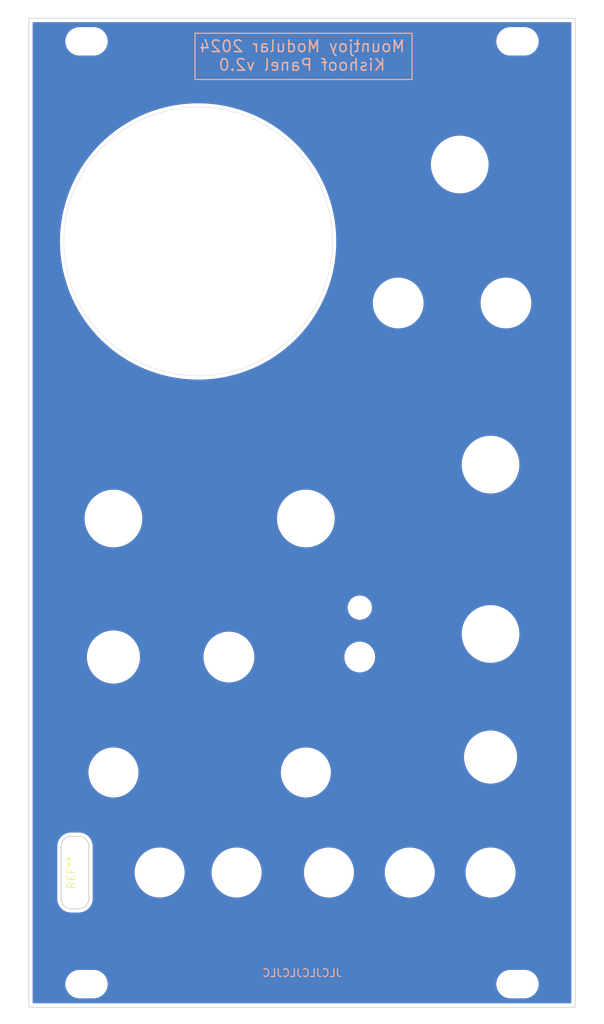
<source format=kicad_pcb>
(kicad_pcb (version 20240108) (generator "pcbnew") (generator_version "8.0")
  (layers (0 "F.Cu" signal) (31 "B.Cu" signal) (34 "B.Paste" user) (35 "F.Paste" user) (36 "B.SilkS" user "B.Silkscreen") (37 "F.SilkS" user "F.Silkscreen") (38 "B.Mask" user) (39 "F.Mask" user) (44 "Edge.Cuts" user))
  (net 0 "")
  (footprint "Custom_Footprints:Thonkiconn_Socket_MountingHole_6mm" (layer "F.Cu") (at 91 128)
    (property "Reference" "Ref**" (hide yes))
    (property "Value" "Thonkiconn_Socket_MountingHole_6mm")
    (pad "" np_thru_hole circle (at 0 0) (size 6 6) (drill 6) (layers "F&B.Cu" "*.Mask"))
  )
  (footprint "Custom_Footprints:MountingHole_6.1mm" (layer "F.Cu") (at 81 113)
    (property "Reference" "Ref**" (hide yes))
    (property "Value" "Thonkikonn_6.1mm")
    (pad "" np_thru_hole circle (at 0 0) (size 6.1 6.1) (drill 6.1) (layers "F&B.Cu" "*.Mask" "F.SilkS"))
  )
  (footprint "Custom_Footprints:Tall_Trimmer_Hole" (layer "F.Cu") (at 115 126)
    (property "Reference" "Ref**" (hide yes))
    (property "Value" "Tall_Trimmer_Hole" (hide yes))
    (pad "" np_thru_hole circle (at 0 0) (size 6.4 6.4) (drill 6.4) (layers "F&B.Cu" "*.Mask"))
  )
  (footprint "Custom_Footprints:Tall_Trimmer_Hole" (layer "F.Cu") (at 66 113)
    (property "Reference" "Ref**" (hide yes))
    (property "Value" "Tall_Trimmer_Hole" (hide yes))
    (pad "" np_thru_hole circle (at 0 0) (size 6.4 6.4) (drill 6.4) (layers "F&B.Cu" "*.Mask"))
  )
  (footprint "Custom_Footprints:MountingHole_6.1mm" (layer "F.Cu") (at 117 67)
    (property "Reference" "Ref**" (hide yes))
    (property "Value" "Thonkikonn_6.1mm")
    (pad "" np_thru_hole circle (at 0 0) (size 6.1 6.1) (drill 6.1) (layers "F&B.Cu" "*.Mask" "F.SilkS"))
  )
  (footprint "Custom_Footprints:Thonkiconn_Socket_MountingHole_6mm" (layer "F.Cu") (at 82 141)
    (property "Reference" "Ref**" (hide yes))
    (property "Value" "Thonkiconn_Socket_MountingHole_6mm")
    (pad "" np_thru_hole circle (at 0 0) (size 6 6) (drill 6) (layers "F&B.Cu" "*.Mask"))
  )
  (footprint "Custom_Footprints:Small_Pushbutton_Hole_3.5mm" (layer "F.Cu") (at 98 113)
    (property "Reference" "Ref**" (hide yes))
    (property "Value" "Push_Button_Hole" (hide yes))
    (pad "" np_thru_hole circle (at 0 0) (size 3.5 3.5) (drill 3.5) (layers "*.Cu" "*.Mask"))
  )
  (footprint "Custom_Footprints:Oval_Mounting_Hole" (layer "F.Cu") (at 118.5 33)
    (property "Reference" "Ref**" (hide yes))
    (property "Value" "Oval_Mounting_Hole" (hide yes))
    (pad "" np_thru_hole oval (at 0 0) (size 5 3.2) (drill oval 5 3.2) (layers "*.Cu" "*.Mask"))
  )
  (footprint "Custom_Footprints:Alpha_9mm_pot_hole" (layer "F.Cu") (at 91 95)
    (property "Reference" "Ref**" (hide yes))
    (property "Value" "Alpha_9mm_pot_hole" (hide yes))
    (pad "" np_thru_hole circle (at 0 0) (size 7 7) (drill 7) (layers "*.Cu" "*.Mask"))
  )
  (footprint "Custom_Footprints:Thonkiconn_Socket_MountingHole_6mm" (layer "F.Cu") (at 72 141)
    (property "Reference" "Ref**" (hide yes))
    (property "Value" "Thonkiconn_Socket_MountingHole_6mm")
    (pad "" np_thru_hole circle (at 0 0) (size 6 6) (drill 6) (layers "*.Cu" "*.Mask"))
  )
  (footprint "Custom_Footprints:Alpha_9mm_pot_hole" (layer "F.Cu") (at 115 88)
    (property "Reference" "Ref**" (hide yes))
    (property "Value" "Alpha_9mm_pot_hole" (hide yes))
    (pad "" np_thru_hole circle (at 0 0) (size 7 7) (drill 7) (layers "*.Cu" "*.Mask"))
  )
  (footprint "Custom_Footprints:Alpha_9mm_pot_hole" (layer "F.Cu") (at 111 49)
    (property "Reference" "Ref**" (hide yes))
    (property "Value" "Alpha_9mm_pot_hole" (hide yes))
    (pad "" np_thru_hole circle (at 0 0) (size 7 7) (drill 7) (layers "*.Cu" "*.Mask"))
  )
  (footprint "Custom_Footprints:Oval_Mounting_Hole" (layer "F.Cu") (at 62.5 155.5)
    (property "Reference" "Ref**" (hide yes))
    (property "Value" "Oval_Mounting_Hole" (hide yes))
    (pad "" np_thru_hole oval (at 0 0) (size 5 3.2) (drill oval 5 3.2) (layers "*.Cu" "*.Mask"))
  )
  (footprint "Custom_Footprints:Thonkiconn_Socket_MountingHole_6mm" (layer "F.Cu") (at 94 141)
    (property "Reference" "Ref**" (hide yes))
    (property "Value" "Thonkiconn_Socket_MountingHole_6mm")
    (pad "" np_thru_hole circle (at 0 0) (size 6 6) (drill 6) (layers "F&B.Cu" "*.Mask"))
  )
  (footprint "Custom_Footprints:MountingHole_6.1mm" (layer "F.Cu") (at 103 67)
    (property "Reference" "Ref**" (hide yes))
    (property "Value" "Thonkikonn_6.1mm")
    (pad "" np_thru_hole circle (at 0 0) (size 6.1 6.1) (drill 6.1) (layers "*.Cu" "*.Mask" "F.SilkS"))
  )
  (footprint "Custom_Footprints:Alpha_9mm_pot_hole" (layer "F.Cu") (at 115 110)
    (property "Reference" "Ref**" (hide yes))
    (property "Value" "Alpha_9mm_pot_hole" (hide yes))
    (pad "" np_thru_hole circle (at 0 0) (size 7 7) (drill 7) (layers "F&B.Cu" "*.Mask"))
  )
  (footprint "Graphics:usb_icon" (layer "F.Cu") (at 61 148.8 -90)
    (property "Reference" "G***" (hide yes))
    (property "Value" "LOGO" (hide yes))
  )
  (footprint "Custom_Footprints:Oval_Mounting_Hole" (layer "F.Cu") (at 118.5 155.5)
    (property "Reference" "Ref**" (hide yes))
    (property "Value" "Oval_Mounting_Hole" (hide yes))
    (pad "" np_thru_hole oval (at 0 0) (size 5 3.2) (drill oval 5 3.2) (layers "*.Cu" "*.Mask"))
  )
  (footprint "Custom_Footprints:Alpha_9mm_pot_hole" (layer "F.Cu") (at 66 95)
    (property "Reference" "Ref**" (hide yes))
    (property "Value" "Alpha_9mm_pot_hole" (hide yes))
    (pad "" np_thru_hole circle (at 0 0) (size 7 7) (drill 7) (layers "*.Cu" "*.Mask"))
  )
  (footprint "Custom_Footprints:USB_C_Cutout" (layer "F.Cu") (at 61 141 90)
    (property "Reference" "REF**" (at 0 -0.5 90) (layer "F.SilkS"))
    (property "Value" "USB_C_Cutout")
    (fp_line (start -3.4 -1.8) (end 3.4 -1.8) (stroke (width 0.12)) (layer "Edge.Cuts"))
    (fp_line (start -4.7 -0.5) (end -4.7 0.5) (stroke (width 0.12)) (layer "Edge.Cuts"))
    (fp_line (start 4.7 0.5) (end 4.7 -0.5) (stroke (width 0.12)) (layer "Edge.Cuts"))
    (fp_line (start -3.38 1.8) (end 3.38 1.8) (stroke (width 0.12)) (layer "Edge.Cuts"))
    (fp_arc (start 3.4 -1.8) (mid 4.313703 -1.413703) (end 4.7 -0.5) (stroke (width 0.12)) (layer "Edge.Cuts"))
    (fp_arc (start -4.7 -0.5) (mid -4.319239 -1.419239) (end -3.4 -1.8) (stroke (width 0.12)) (layer "Edge.Cuts"))
    (fp_arc (start 4.7 0.5) (mid 4.306876 1.42048) (end 3.380761 1.80014) (stroke (width 0.12)) (layer "Edge.Cuts"))
    (fp_arc (start -3.380761 1.80014) (mid -4.306876 1.420481) (end -4.7 0.5) (stroke (width 0.12)) (layer "Edge.Cuts"))
  )
  (footprint "Custom_Footprints:Thonkiconn_Socket_MountingHole_6mm" (layer "F.Cu") (at 66 128)
    (property "Reference" "Ref**" (hide yes))
    (property "Value" "Thonkiconn_Socket_MountingHole_6mm")
    (pad "" np_thru_hole circle (at 0 0) (size 6 6) (drill 6) (layers "F&B.Cu" "*.Mask"))
  )
  (footprint "Custom_Footprints:Thonkiconn_Socket_MountingHole_6mm" (layer "F.Cu") (at 115 141)
    (property "Reference" "Ref**" (hide yes))
    (property "Value" "Thonkiconn_Socket_MountingHole_6mm")
    (pad "" np_thru_hole circle (at 0 0) (size 6 6) (drill 6) (layers "F&B.Cu" "*.Mask"))
  )
  (footprint "Graphics:KishoofLogo" (layer "F.Cu") (at 90.6 34.55)
    (property "Reference" "G***" (hide yes))
    (property "Value" "LOGO" (hide yes))
  )
  (footprint "Custom_Footprints:Oval_Mounting_Hole" (layer "F.Cu") (at 62.5 33)
    (property "Reference" "Ref**" (hide yes))
    (property "Value" "Oval_Mounting_Hole" (hide yes))
    (pad "" np_thru_hole oval (at 0 0) (size 5 3.2) (drill oval 5 3.2) (layers "*.Cu" "*.Mask"))
  )
  (footprint "Custom_Footprints:Thonkiconn_Socket_MountingHole_6mm" (layer "F.Cu") (at 104.5 141)
    (property "Reference" "Ref**" (hide yes))
    (property "Value" "Thonkiconn_Socket_MountingHole_6mm")
    (pad "" np_thru_hole circle (at 0 0) (size 6 6) (drill 6) (layers "F&B.Cu" "*.Mask"))
  )
  (gr_rect (start 76.6 31.95) (end 104.8 37.95) (stroke (width 0.15)) (fill none) (layer "B.SilkS"))
  (gr_circle (center 77 59) (end 94.45 59) (stroke (width 0.05)) (fill none) (layer "Edge.Cuts"))
  (gr_rect (start 55 30) (end 126 158.5) (stroke (width 0.1)) (fill none) (layer "Edge.Cuts"))
  (gr_text "JLCJLCJLCJLC" (at 90.5 154.05 0) (layer "B.SilkS") (effects (font (size 1 1)) (justify mirror)))
  (gr_text "Mountjoy Modular 2024\nKishoof Panel v2.0" (at 90.5 34.85 0) (layer "B.SilkS") (effects (font (size 1.5 1.5) (thickness 0.2)) (justify mirror)))
  (zone (net 0) (net_name "") (layers "F&B.Cu") (connect_pads (clearance 0)) (min_thickness 0.254) (fill yes (thermal_gap 0.508) (thermal_bridge_width 0.508))
    (polygon (pts (xy 128 160) (xy 54.1 160.4) (xy 54.1 29.4) (xy 128 29)))
  )
  (zone (net 0) (net_name "") (layers "F&B.Cu" "F.Mask") (connect_pads (clearance 0)) (min_thickness 0.25)
    (keepout (tracks not_allowed) (vias not_allowed) (pads not_allowed) (copperpour not_allowed) (footprints allowed))
    (fill (thermal_gap 0.5) (thermal_bridge_width 0.5))
    (polygon (pts (xy 96.865934 105.460871) (xy 97.40894 105.096166) (xy 97.999999 104.994937) (xy 98.633223 105.0969) (xy 99.130809 105.464128) (xy 99.499441 105.96208) (xy 99.6 106.594937) (xy 99.500523 107.187115) (xy 99.132199 107.727136) (xy 98.633527 108.052581) (xy 98 108.194937) (xy 97.408933 108.052596) (xy 96.868617 107.72632) (xy 96.543026 107.186667) (xy 96.4 106.594937) (xy 96.539505 105.960621)))
  )
)
</source>
